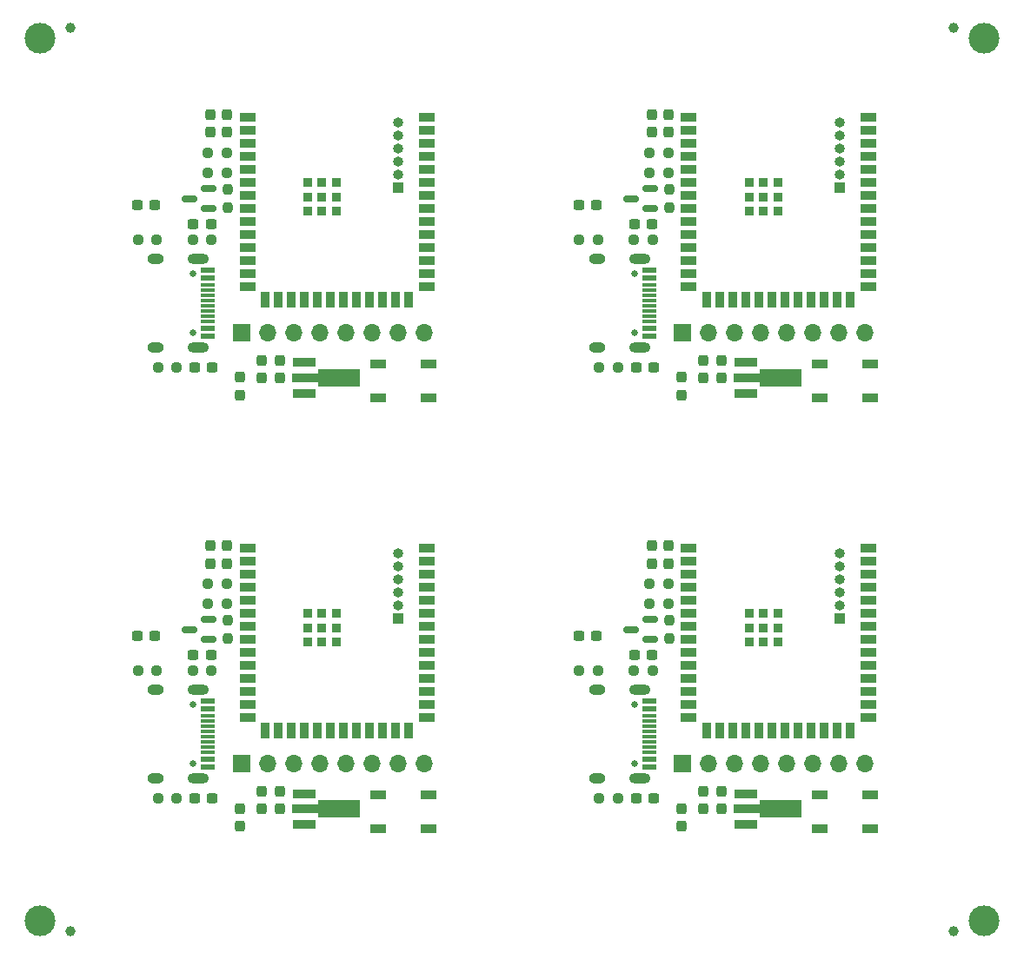
<source format=gts>
G04 #@! TF.GenerationSoftware,KiCad,Pcbnew,6.0.11-2627ca5db0~126~ubuntu22.04.1*
G04 #@! TF.CreationDate,2023-02-05T22:44:53+11:00*
G04 #@! TF.ProjectId,panel,70616e65-6c2e-46b6-9963-61645f706362,rev?*
G04 #@! TF.SameCoordinates,Original*
G04 #@! TF.FileFunction,Soldermask,Top*
G04 #@! TF.FilePolarity,Negative*
%FSLAX46Y46*%
G04 Gerber Fmt 4.6, Leading zero omitted, Abs format (unit mm)*
G04 Created by KiCad (PCBNEW 6.0.11-2627ca5db0~126~ubuntu22.04.1) date 2023-02-05 22:44:53*
%MOMM*%
%LPD*%
G01*
G04 APERTURE LIST*
G04 Aperture macros list*
%AMRoundRect*
0 Rectangle with rounded corners*
0 $1 Rounding radius*
0 $2 $3 $4 $5 $6 $7 $8 $9 X,Y pos of 4 corners*
0 Add a 4 corners polygon primitive as box body*
4,1,4,$2,$3,$4,$5,$6,$7,$8,$9,$2,$3,0*
0 Add four circle primitives for the rounded corners*
1,1,$1+$1,$2,$3*
1,1,$1+$1,$4,$5*
1,1,$1+$1,$6,$7*
1,1,$1+$1,$8,$9*
0 Add four rect primitives between the rounded corners*
20,1,$1+$1,$2,$3,$4,$5,0*
20,1,$1+$1,$4,$5,$6,$7,0*
20,1,$1+$1,$6,$7,$8,$9,0*
20,1,$1+$1,$8,$9,$2,$3,0*%
%AMFreePoly0*
4,1,9,5.362500,-0.866500,1.237500,-0.866500,1.237500,-0.450000,-1.237500,-0.450000,-1.237500,0.450000,1.237500,0.450000,1.237500,0.866500,5.362500,0.866500,5.362500,-0.866500,5.362500,-0.866500,$1*%
G04 Aperture macros list end*
%ADD10R,1.500000X0.900000*%
%ADD11R,0.900000X1.500000*%
%ADD12R,0.900000X0.900000*%
%ADD13C,1.000000*%
%ADD14RoundRect,0.150000X0.587500X0.150000X-0.587500X0.150000X-0.587500X-0.150000X0.587500X-0.150000X0*%
%ADD15RoundRect,0.237500X0.237500X-0.300000X0.237500X0.300000X-0.237500X0.300000X-0.237500X-0.300000X0*%
%ADD16RoundRect,0.237500X0.250000X0.237500X-0.250000X0.237500X-0.250000X-0.237500X0.250000X-0.237500X0*%
%ADD17R,1.700000X1.700000*%
%ADD18O,1.700000X1.700000*%
%ADD19RoundRect,0.237500X0.300000X0.237500X-0.300000X0.237500X-0.300000X-0.237500X0.300000X-0.237500X0*%
%ADD20C,0.650000*%
%ADD21R,1.450000X0.600000*%
%ADD22R,1.450000X0.300000*%
%ADD23O,2.100000X1.000000*%
%ADD24O,1.600000X1.000000*%
%ADD25RoundRect,0.237500X0.237500X-0.250000X0.237500X0.250000X-0.237500X0.250000X-0.237500X-0.250000X0*%
%ADD26RoundRect,0.237500X-0.250000X-0.237500X0.250000X-0.237500X0.250000X0.237500X-0.250000X0.237500X0*%
%ADD27C,3.000000*%
%ADD28RoundRect,0.237500X-0.300000X-0.237500X0.300000X-0.237500X0.300000X0.237500X-0.300000X0.237500X0*%
%ADD29R,2.300000X0.900000*%
%ADD30FreePoly0,0.000000*%
%ADD31R,1.000000X1.000000*%
%ADD32O,1.000000X1.000000*%
G04 APERTURE END LIST*
D10*
X122715000Y-74715000D03*
X122715000Y-75985000D03*
X122715000Y-77255000D03*
X122715000Y-78525000D03*
X122715000Y-79795000D03*
X122715000Y-81065000D03*
X122715000Y-82335000D03*
X122715000Y-83605000D03*
X122715000Y-84875000D03*
X122715000Y-86145000D03*
X122715000Y-87415000D03*
X122715000Y-88685000D03*
X122715000Y-89955000D03*
X122715000Y-91225000D03*
D11*
X124480000Y-92475000D03*
X125750000Y-92475000D03*
X127020000Y-92475000D03*
X128290000Y-92475000D03*
X129560000Y-92475000D03*
X130830000Y-92475000D03*
X132100000Y-92475000D03*
X133370000Y-92475000D03*
X134640000Y-92475000D03*
X135910000Y-92475000D03*
X137180000Y-92475000D03*
X138450000Y-92475000D03*
D10*
X140215000Y-91225000D03*
X140215000Y-89955000D03*
X140215000Y-88685000D03*
X140215000Y-87415000D03*
X140215000Y-86145000D03*
X140215000Y-84875000D03*
X140215000Y-83605000D03*
X140215000Y-82335000D03*
X140215000Y-81065000D03*
X140215000Y-79795000D03*
X140215000Y-78525000D03*
X140215000Y-77255000D03*
X140215000Y-75985000D03*
X140215000Y-74715000D03*
D12*
X128565000Y-82435000D03*
X129965000Y-82435000D03*
X129965000Y-83835000D03*
X131365000Y-83835000D03*
X128565000Y-83835000D03*
X129965000Y-81035000D03*
X128565000Y-81035000D03*
X131365000Y-81035000D03*
X131365000Y-82435000D03*
D13*
X105500000Y-24000000D03*
D14*
X118937500Y-83550000D03*
X118937500Y-81650000D03*
X117062500Y-82600000D03*
D15*
X164990000Y-59762500D03*
X164990000Y-58037500D03*
X119100000Y-76162500D03*
X119100000Y-74437500D03*
X121990000Y-101762500D03*
X121990000Y-100037500D03*
D16*
X163712500Y-78130000D03*
X161887500Y-78130000D03*
D17*
X122125000Y-53675000D03*
D18*
X124665000Y-53675000D03*
X127205000Y-53675000D03*
X129745000Y-53675000D03*
X132285000Y-53675000D03*
X134825000Y-53675000D03*
X137365000Y-53675000D03*
X139905000Y-53675000D03*
D15*
X168900000Y-58112500D03*
X168900000Y-56387500D03*
D16*
X156872500Y-44590000D03*
X155047500Y-44590000D03*
D17*
X122125000Y-95675000D03*
D18*
X124665000Y-95675000D03*
X127205000Y-95675000D03*
X129745000Y-95675000D03*
X132285000Y-95675000D03*
X134825000Y-95675000D03*
X137365000Y-95675000D03*
X139905000Y-95675000D03*
D19*
X162162500Y-85100000D03*
X160437500Y-85100000D03*
D15*
X162100000Y-76162500D03*
X162100000Y-74437500D03*
D20*
X117440000Y-53690000D03*
X117440000Y-47910000D03*
D21*
X118885000Y-47550000D03*
X118885000Y-48350000D03*
D22*
X118885000Y-49550000D03*
X118885000Y-50550000D03*
X118885000Y-51050000D03*
X118885000Y-52050000D03*
D21*
X118885000Y-53250000D03*
X118885000Y-54050000D03*
X118885000Y-54050000D03*
X118885000Y-53250000D03*
D22*
X118885000Y-52550000D03*
X118885000Y-51550000D03*
X118885000Y-50050000D03*
X118885000Y-49050000D03*
D21*
X118885000Y-48350000D03*
X118885000Y-47550000D03*
D23*
X117970000Y-46480000D03*
X117970000Y-55120000D03*
D24*
X113790000Y-46480000D03*
X113790000Y-55120000D03*
D10*
X135450000Y-98750000D03*
X135450000Y-102050000D03*
X140350000Y-102050000D03*
X140350000Y-98750000D03*
D25*
X163800000Y-83512500D03*
X163800000Y-81687500D03*
D15*
X125900000Y-58112500D03*
X125900000Y-56387500D03*
D26*
X118887500Y-80100000D03*
X120712500Y-80100000D03*
D10*
X178450000Y-98750000D03*
X178450000Y-102050000D03*
X183350000Y-102050000D03*
X183350000Y-98750000D03*
D15*
X167150000Y-100112500D03*
X167150000Y-98387500D03*
D16*
X156872500Y-86590000D03*
X155047500Y-86590000D03*
X158822500Y-57070000D03*
X156997500Y-57070000D03*
X120712500Y-36130000D03*
X118887500Y-36130000D03*
D19*
X119292500Y-57090000D03*
X117567500Y-57090000D03*
D16*
X163712500Y-36130000D03*
X161887500Y-36130000D03*
X119212500Y-86650000D03*
X117387500Y-86650000D03*
D15*
X125900000Y-100112500D03*
X125900000Y-98387500D03*
D16*
X113872500Y-44590000D03*
X112047500Y-44590000D03*
D27*
X102500000Y-25000000D03*
D10*
X135450000Y-56750000D03*
X135450000Y-60050000D03*
X140350000Y-60050000D03*
X140350000Y-56750000D03*
D16*
X115822500Y-57070000D03*
X113997500Y-57070000D03*
D28*
X111977500Y-41220000D03*
X113702500Y-41220000D03*
X154977500Y-83220000D03*
X156702500Y-83220000D03*
D17*
X165125000Y-53675000D03*
D18*
X167665000Y-53675000D03*
X170205000Y-53675000D03*
X172745000Y-53675000D03*
X175285000Y-53675000D03*
X177825000Y-53675000D03*
X180365000Y-53675000D03*
X182905000Y-53675000D03*
D29*
X171250000Y-98600000D03*
D30*
X171337500Y-100100000D03*
D29*
X171250000Y-101600000D03*
D16*
X115822500Y-99070000D03*
X113997500Y-99070000D03*
D19*
X162292500Y-99090000D03*
X160567500Y-99090000D03*
D15*
X124150000Y-58112500D03*
X124150000Y-56387500D03*
X163700000Y-76162500D03*
X163700000Y-74437500D03*
D14*
X118937500Y-41550000D03*
X118937500Y-39650000D03*
X117062500Y-40600000D03*
D26*
X118887500Y-38100000D03*
X120712500Y-38100000D03*
X161887500Y-80100000D03*
X163712500Y-80100000D03*
D15*
X168900000Y-100112500D03*
X168900000Y-98387500D03*
D29*
X128250000Y-98600000D03*
D30*
X128337500Y-100100000D03*
D29*
X128250000Y-101600000D03*
D16*
X162212500Y-44650000D03*
X160387500Y-44650000D03*
D15*
X164990000Y-101762500D03*
X164990000Y-100037500D03*
D16*
X113872500Y-86590000D03*
X112047500Y-86590000D03*
D15*
X162100000Y-34162500D03*
X162100000Y-32437500D03*
X124150000Y-100112500D03*
X124150000Y-98387500D03*
D16*
X120712500Y-78130000D03*
X118887500Y-78130000D03*
D15*
X163700000Y-34162500D03*
X163700000Y-32437500D03*
D16*
X119212500Y-44650000D03*
X117387500Y-44650000D03*
D10*
X165715000Y-32715000D03*
X165715000Y-33985000D03*
X165715000Y-35255000D03*
X165715000Y-36525000D03*
X165715000Y-37795000D03*
X165715000Y-39065000D03*
X165715000Y-40335000D03*
X165715000Y-41605000D03*
X165715000Y-42875000D03*
X165715000Y-44145000D03*
X165715000Y-45415000D03*
X165715000Y-46685000D03*
X165715000Y-47955000D03*
X165715000Y-49225000D03*
D11*
X167480000Y-50475000D03*
X168750000Y-50475000D03*
X170020000Y-50475000D03*
X171290000Y-50475000D03*
X172560000Y-50475000D03*
X173830000Y-50475000D03*
X175100000Y-50475000D03*
X176370000Y-50475000D03*
X177640000Y-50475000D03*
X178910000Y-50475000D03*
X180180000Y-50475000D03*
X181450000Y-50475000D03*
D10*
X183215000Y-49225000D03*
X183215000Y-47955000D03*
X183215000Y-46685000D03*
X183215000Y-45415000D03*
X183215000Y-44145000D03*
X183215000Y-42875000D03*
X183215000Y-41605000D03*
X183215000Y-40335000D03*
X183215000Y-39065000D03*
X183215000Y-37795000D03*
X183215000Y-36525000D03*
X183215000Y-35255000D03*
X183215000Y-33985000D03*
X183215000Y-32715000D03*
D12*
X172965000Y-39035000D03*
X172965000Y-40435000D03*
X174365000Y-39035000D03*
X171565000Y-39035000D03*
X172965000Y-41835000D03*
X171565000Y-41835000D03*
X174365000Y-41835000D03*
X174365000Y-40435000D03*
X171565000Y-40435000D03*
D19*
X119162500Y-43100000D03*
X117437500Y-43100000D03*
X162162500Y-43100000D03*
X160437500Y-43100000D03*
D13*
X191500000Y-112000000D03*
D10*
X165715000Y-74715000D03*
X165715000Y-75985000D03*
X165715000Y-77255000D03*
X165715000Y-78525000D03*
X165715000Y-79795000D03*
X165715000Y-81065000D03*
X165715000Y-82335000D03*
X165715000Y-83605000D03*
X165715000Y-84875000D03*
X165715000Y-86145000D03*
X165715000Y-87415000D03*
X165715000Y-88685000D03*
X165715000Y-89955000D03*
X165715000Y-91225000D03*
D11*
X167480000Y-92475000D03*
X168750000Y-92475000D03*
X170020000Y-92475000D03*
X171290000Y-92475000D03*
X172560000Y-92475000D03*
X173830000Y-92475000D03*
X175100000Y-92475000D03*
X176370000Y-92475000D03*
X177640000Y-92475000D03*
X178910000Y-92475000D03*
X180180000Y-92475000D03*
X181450000Y-92475000D03*
D10*
X183215000Y-91225000D03*
X183215000Y-89955000D03*
X183215000Y-88685000D03*
X183215000Y-87415000D03*
X183215000Y-86145000D03*
X183215000Y-84875000D03*
X183215000Y-83605000D03*
X183215000Y-82335000D03*
X183215000Y-81065000D03*
X183215000Y-79795000D03*
X183215000Y-78525000D03*
X183215000Y-77255000D03*
X183215000Y-75985000D03*
X183215000Y-74715000D03*
D12*
X171565000Y-82435000D03*
X172965000Y-83835000D03*
X174365000Y-83835000D03*
X174365000Y-82435000D03*
X172965000Y-82435000D03*
X171565000Y-81035000D03*
X172965000Y-81035000D03*
X174365000Y-81035000D03*
X171565000Y-83835000D03*
D25*
X120800000Y-83512500D03*
X120800000Y-81687500D03*
D16*
X162212500Y-86650000D03*
X160387500Y-86650000D03*
D27*
X102500000Y-111000000D03*
D28*
X154977500Y-41220000D03*
X156702500Y-41220000D03*
D17*
X165125000Y-95675000D03*
D18*
X167665000Y-95675000D03*
X170205000Y-95675000D03*
X172745000Y-95675000D03*
X175285000Y-95675000D03*
X177825000Y-95675000D03*
X180365000Y-95675000D03*
X182905000Y-95675000D03*
D13*
X191500000Y-24000000D03*
D16*
X158822500Y-99070000D03*
X156997500Y-99070000D03*
D19*
X119162500Y-85100000D03*
X117437500Y-85100000D03*
D15*
X120700000Y-76162500D03*
X120700000Y-74437500D03*
D10*
X122715000Y-32715000D03*
X122715000Y-33985000D03*
X122715000Y-35255000D03*
X122715000Y-36525000D03*
X122715000Y-37795000D03*
X122715000Y-39065000D03*
X122715000Y-40335000D03*
X122715000Y-41605000D03*
X122715000Y-42875000D03*
X122715000Y-44145000D03*
X122715000Y-45415000D03*
X122715000Y-46685000D03*
X122715000Y-47955000D03*
X122715000Y-49225000D03*
D11*
X124480000Y-50475000D03*
X125750000Y-50475000D03*
X127020000Y-50475000D03*
X128290000Y-50475000D03*
X129560000Y-50475000D03*
X130830000Y-50475000D03*
X132100000Y-50475000D03*
X133370000Y-50475000D03*
X134640000Y-50475000D03*
X135910000Y-50475000D03*
X137180000Y-50475000D03*
X138450000Y-50475000D03*
D10*
X140215000Y-49225000D03*
X140215000Y-47955000D03*
X140215000Y-46685000D03*
X140215000Y-45415000D03*
X140215000Y-44145000D03*
X140215000Y-42875000D03*
X140215000Y-41605000D03*
X140215000Y-40335000D03*
X140215000Y-39065000D03*
X140215000Y-37795000D03*
X140215000Y-36525000D03*
X140215000Y-35255000D03*
X140215000Y-33985000D03*
X140215000Y-32715000D03*
D12*
X128565000Y-41835000D03*
X131365000Y-39035000D03*
X128565000Y-39035000D03*
X129965000Y-40435000D03*
X131365000Y-40435000D03*
X128565000Y-40435000D03*
X131365000Y-41835000D03*
X129965000Y-41835000D03*
X129965000Y-39035000D03*
D20*
X160440000Y-53690000D03*
X160440000Y-47910000D03*
D21*
X161885000Y-47550000D03*
X161885000Y-48350000D03*
D22*
X161885000Y-49550000D03*
X161885000Y-50550000D03*
X161885000Y-51050000D03*
X161885000Y-52050000D03*
D21*
X161885000Y-53250000D03*
X161885000Y-54050000D03*
X161885000Y-54050000D03*
X161885000Y-53250000D03*
D22*
X161885000Y-52550000D03*
X161885000Y-51550000D03*
X161885000Y-50050000D03*
X161885000Y-49050000D03*
D21*
X161885000Y-48350000D03*
X161885000Y-47550000D03*
D23*
X160970000Y-46480000D03*
D24*
X156790000Y-55120000D03*
X156790000Y-46480000D03*
D23*
X160970000Y-55120000D03*
D29*
X128250000Y-56600000D03*
D30*
X128337500Y-58100000D03*
D29*
X128250000Y-59600000D03*
D25*
X120800000Y-41512500D03*
X120800000Y-39687500D03*
D31*
X137375000Y-39575000D03*
D32*
X137375000Y-38305000D03*
X137375000Y-37035000D03*
X137375000Y-35765000D03*
X137375000Y-34495000D03*
X137375000Y-33225000D03*
D27*
X194500000Y-25000000D03*
D15*
X167150000Y-58112500D03*
X167150000Y-56387500D03*
D13*
X105500000Y-112000000D03*
D20*
X117440000Y-95690000D03*
X117440000Y-89910000D03*
D21*
X118885000Y-89550000D03*
X118885000Y-90350000D03*
D22*
X118885000Y-91550000D03*
X118885000Y-92550000D03*
X118885000Y-93050000D03*
X118885000Y-94050000D03*
D21*
X118885000Y-95250000D03*
X118885000Y-96050000D03*
X118885000Y-96050000D03*
X118885000Y-95250000D03*
D22*
X118885000Y-94550000D03*
X118885000Y-93550000D03*
X118885000Y-92050000D03*
X118885000Y-91050000D03*
D21*
X118885000Y-90350000D03*
X118885000Y-89550000D03*
D23*
X117970000Y-88480000D03*
D24*
X113790000Y-88480000D03*
D23*
X117970000Y-97120000D03*
D24*
X113790000Y-97120000D03*
D10*
X178450000Y-56750000D03*
X178450000Y-60050000D03*
X183350000Y-60050000D03*
X183350000Y-56750000D03*
D28*
X111977500Y-83220000D03*
X113702500Y-83220000D03*
D15*
X119100000Y-34162500D03*
X119100000Y-32437500D03*
X120700000Y-34162500D03*
X120700000Y-32437500D03*
D26*
X161887500Y-38100000D03*
X163712500Y-38100000D03*
D29*
X171250000Y-56600000D03*
D30*
X171337500Y-58100000D03*
D29*
X171250000Y-59600000D03*
D19*
X119292500Y-99090000D03*
X117567500Y-99090000D03*
D14*
X161937500Y-41550000D03*
X161937500Y-39650000D03*
X160062500Y-40600000D03*
D15*
X121990000Y-59762500D03*
X121990000Y-58037500D03*
D19*
X162292500Y-57090000D03*
X160567500Y-57090000D03*
D31*
X180375000Y-39575000D03*
D32*
X180375000Y-38305000D03*
X180375000Y-37035000D03*
X180375000Y-35765000D03*
X180375000Y-34495000D03*
X180375000Y-33225000D03*
D14*
X161937500Y-83550000D03*
X161937500Y-81650000D03*
X160062500Y-82600000D03*
D31*
X180375000Y-81575000D03*
D32*
X180375000Y-80305000D03*
X180375000Y-79035000D03*
X180375000Y-77765000D03*
X180375000Y-76495000D03*
X180375000Y-75225000D03*
D25*
X163800000Y-41512500D03*
X163800000Y-39687500D03*
D27*
X194500000Y-111000000D03*
D31*
X137375000Y-81575000D03*
D32*
X137375000Y-80305000D03*
X137375000Y-79035000D03*
X137375000Y-77765000D03*
X137375000Y-76495000D03*
X137375000Y-75225000D03*
D20*
X160440000Y-95690000D03*
X160440000Y-89910000D03*
D21*
X161885000Y-89550000D03*
X161885000Y-90350000D03*
D22*
X161885000Y-91550000D03*
X161885000Y-92550000D03*
X161885000Y-93050000D03*
X161885000Y-94050000D03*
D21*
X161885000Y-95250000D03*
X161885000Y-96050000D03*
X161885000Y-96050000D03*
X161885000Y-95250000D03*
D22*
X161885000Y-94550000D03*
X161885000Y-93550000D03*
X161885000Y-92050000D03*
X161885000Y-91050000D03*
D21*
X161885000Y-90350000D03*
X161885000Y-89550000D03*
D23*
X160970000Y-97120000D03*
D24*
X156790000Y-88480000D03*
X156790000Y-97120000D03*
D23*
X160970000Y-88480000D03*
M02*

</source>
